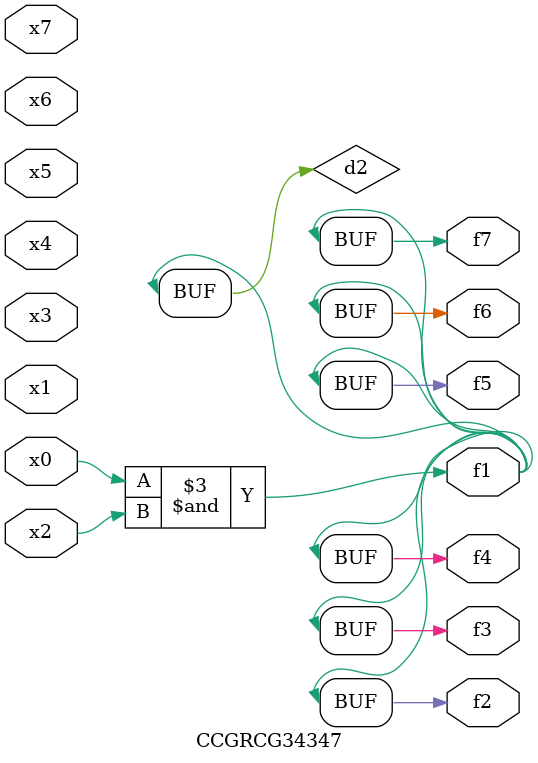
<source format=v>
module CCGRCG34347(
	input x0, x1, x2, x3, x4, x5, x6, x7,
	output f1, f2, f3, f4, f5, f6, f7
);

	wire d1, d2;

	nor (d1, x3, x6);
	and (d2, x0, x2);
	assign f1 = d2;
	assign f2 = d2;
	assign f3 = d2;
	assign f4 = d2;
	assign f5 = d2;
	assign f6 = d2;
	assign f7 = d2;
endmodule

</source>
